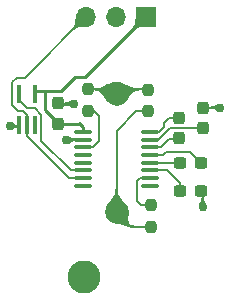
<source format=gbl>
G04 #@! TF.GenerationSoftware,KiCad,Pcbnew,(6.0.2)*
G04 #@! TF.CreationDate,2022-05-11T22:03:01-05:00*
G04 #@! TF.ProjectId,Transmit US,5472616e-736d-4697-9420-55532e6b6963,rev?*
G04 #@! TF.SameCoordinates,Original*
G04 #@! TF.FileFunction,Copper,L2,Bot*
G04 #@! TF.FilePolarity,Positive*
%FSLAX46Y46*%
G04 Gerber Fmt 4.6, Leading zero omitted, Abs format (unit mm)*
G04 Created by KiCad (PCBNEW (6.0.2)) date 2022-05-11 22:03:01*
%MOMM*%
%LPD*%
G01*
G04 APERTURE LIST*
G04 Aperture macros list*
%AMRoundRect*
0 Rectangle with rounded corners*
0 $1 Rounding radius*
0 $2 $3 $4 $5 $6 $7 $8 $9 X,Y pos of 4 corners*
0 Add a 4 corners polygon primitive as box body*
4,1,4,$2,$3,$4,$5,$6,$7,$8,$9,$2,$3,0*
0 Add four circle primitives for the rounded corners*
1,1,$1+$1,$2,$3*
1,1,$1+$1,$4,$5*
1,1,$1+$1,$6,$7*
1,1,$1+$1,$8,$9*
0 Add four rect primitives between the rounded corners*
20,1,$1+$1,$2,$3,$4,$5,0*
20,1,$1+$1,$4,$5,$6,$7,0*
20,1,$1+$1,$6,$7,$8,$9,0*
20,1,$1+$1,$8,$9,$2,$3,0*%
G04 Aperture macros list end*
G04 #@! TA.AperFunction,ComponentPad*
%ADD10C,2.000000*%
G04 #@! TD*
G04 #@! TA.AperFunction,ComponentPad*
%ADD11C,2.800000*%
G04 #@! TD*
G04 #@! TA.AperFunction,SMDPad,CuDef*
%ADD12RoundRect,0.237500X0.237500X-0.250000X0.237500X0.250000X-0.237500X0.250000X-0.237500X-0.250000X0*%
G04 #@! TD*
G04 #@! TA.AperFunction,SMDPad,CuDef*
%ADD13RoundRect,0.237500X-0.300000X-0.237500X0.300000X-0.237500X0.300000X0.237500X-0.300000X0.237500X0*%
G04 #@! TD*
G04 #@! TA.AperFunction,SMDPad,CuDef*
%ADD14RoundRect,0.237500X0.237500X-0.300000X0.237500X0.300000X-0.237500X0.300000X-0.237500X-0.300000X0*%
G04 #@! TD*
G04 #@! TA.AperFunction,SMDPad,CuDef*
%ADD15RoundRect,0.100000X0.637500X0.100000X-0.637500X0.100000X-0.637500X-0.100000X0.637500X-0.100000X0*%
G04 #@! TD*
G04 #@! TA.AperFunction,SMDPad,CuDef*
%ADD16RoundRect,0.237500X-0.237500X0.250000X-0.237500X-0.250000X0.237500X-0.250000X0.237500X0.250000X0*%
G04 #@! TD*
G04 #@! TA.AperFunction,ComponentPad*
%ADD17R,1.700000X1.700000*%
G04 #@! TD*
G04 #@! TA.AperFunction,ComponentPad*
%ADD18O,1.700000X1.700000*%
G04 #@! TD*
G04 #@! TA.AperFunction,SMDPad,CuDef*
%ADD19R,0.400000X1.500000*%
G04 #@! TD*
G04 #@! TA.AperFunction,ViaPad*
%ADD20C,0.762000*%
G04 #@! TD*
G04 #@! TA.AperFunction,Conductor*
%ADD21C,0.254000*%
G04 #@! TD*
G04 #@! TA.AperFunction,Conductor*
%ADD22C,0.203200*%
G04 #@! TD*
G04 #@! TA.AperFunction,Conductor*
%ADD23C,0.203000*%
G04 #@! TD*
G04 #@! TA.AperFunction,Conductor*
%ADD24C,0.200000*%
G04 #@! TD*
G04 APERTURE END LIST*
D10*
G04 #@! TO.P,LS1,1,1*
G04 #@! TO.N,/PZT+*
X112000000Y-77000000D03*
G04 #@! TO.P,LS1,2,2*
G04 #@! TO.N,/PZT-*
X112000000Y-87000000D03*
G04 #@! TD*
D11*
G04 #@! TO.P,TP1,1,1*
G04 #@! TO.N,GNDREF*
X109275000Y-92525000D03*
G04 #@! TD*
D12*
G04 #@! TO.P,R1,1*
G04 #@! TO.N,Net-(R1-Pad1)*
X109600000Y-78412500D03*
G04 #@! TO.P,R1,2*
G04 #@! TO.N,/PZT+*
X109600000Y-76587500D03*
G04 #@! TD*
G04 #@! TO.P,R3,1*
G04 #@! TO.N,/PZT-*
X114675000Y-78462500D03*
G04 #@! TO.P,R3,2*
G04 #@! TO.N,/PZT+*
X114675000Y-76637500D03*
G04 #@! TD*
D13*
G04 #@! TO.P,C3,1*
G04 #@! TO.N,Net-(C3-Pad1)*
X117387500Y-82825000D03*
G04 #@! TO.P,C3,2*
G04 #@! TO.N,Net-(C3-Pad2)*
X119112500Y-82825000D03*
G04 #@! TD*
D14*
G04 #@! TO.P,C4,1*
G04 #@! TO.N,Net-(C4-Pad1)*
X119350000Y-79887500D03*
G04 #@! TO.P,C4,2*
G04 #@! TO.N,GNDREF*
X119350000Y-78162500D03*
G04 #@! TD*
D13*
G04 #@! TO.P,C5,1*
G04 #@! TO.N,Net-(C5-Pad1)*
X117387500Y-85200000D03*
G04 #@! TO.P,C5,2*
G04 #@! TO.N,GNDREF*
X119112500Y-85200000D03*
G04 #@! TD*
D14*
G04 #@! TO.P,C1,1*
G04 #@! TO.N,Net-(C1-Pad1)*
X117275000Y-80762500D03*
G04 #@! TO.P,C1,2*
G04 #@! TO.N,Net-(C1-Pad2)*
X117275000Y-79037500D03*
G04 #@! TD*
G04 #@! TO.P,C2,1*
G04 #@! TO.N,+3V3*
X107070000Y-79532500D03*
G04 #@! TO.P,C2,2*
G04 #@! TO.N,GNDREF*
X107070000Y-77807500D03*
G04 #@! TD*
D15*
G04 #@! TO.P,U2,1,C1+*
G04 #@! TO.N,Net-(C1-Pad2)*
X114862500Y-80225000D03*
G04 #@! TO.P,U2,2,VS+*
G04 #@! TO.N,Net-(C4-Pad1)*
X114862500Y-80875000D03*
G04 #@! TO.P,U2,3,C1-*
G04 #@! TO.N,Net-(C1-Pad1)*
X114862500Y-81525000D03*
G04 #@! TO.P,U2,4,C2+*
G04 #@! TO.N,Net-(C3-Pad2)*
X114862500Y-82175000D03*
G04 #@! TO.P,U2,5,C2-*
G04 #@! TO.N,Net-(C3-Pad1)*
X114862500Y-82825000D03*
G04 #@! TO.P,U2,6,VS-*
G04 #@! TO.N,Net-(C5-Pad1)*
X114862500Y-83475000D03*
G04 #@! TO.P,U2,7,T2OUT*
G04 #@! TO.N,Net-(R2-Pad1)*
X114862500Y-84125000D03*
G04 #@! TO.P,U2,8,R2IN*
G04 #@! TO.N,unconnected-(U2-Pad8)*
X114862500Y-84775000D03*
G04 #@! TO.P,U2,9,R2OUT*
G04 #@! TO.N,unconnected-(U2-Pad9)*
X109137500Y-84775000D03*
G04 #@! TO.P,U2,10,T2IN*
G04 #@! TO.N,Net-(J1-Pad3)*
X109137500Y-84125000D03*
G04 #@! TO.P,U2,11,T1IN*
G04 #@! TO.N,Net-(U1-Pad4)*
X109137500Y-83475000D03*
G04 #@! TO.P,U2,12,R1OUT*
G04 #@! TO.N,unconnected-(U2-Pad12)*
X109137500Y-82825000D03*
G04 #@! TO.P,U2,13,R1IN*
G04 #@! TO.N,unconnected-(U2-Pad13)*
X109137500Y-82175000D03*
G04 #@! TO.P,U2,14,T1OUT*
G04 #@! TO.N,Net-(R1-Pad1)*
X109137500Y-81525000D03*
G04 #@! TO.P,U2,15,GND*
G04 #@! TO.N,GNDREF*
X109137500Y-80875000D03*
G04 #@! TO.P,U2,16,VCC*
G04 #@! TO.N,+3V3*
X109137500Y-80225000D03*
G04 #@! TD*
D16*
G04 #@! TO.P,R2,1*
G04 #@! TO.N,Net-(R2-Pad1)*
X114900000Y-86412500D03*
G04 #@! TO.P,R2,2*
G04 #@! TO.N,/PZT-*
X114900000Y-88237500D03*
G04 #@! TD*
D17*
G04 #@! TO.P,J1,1,Pin_1*
G04 #@! TO.N,+3V3*
X114500000Y-70500000D03*
D18*
G04 #@! TO.P,J1,2,Pin_2*
G04 #@! TO.N,GNDREF*
X111960000Y-70500000D03*
G04 #@! TO.P,J1,3,Pin_3*
G04 #@! TO.N,Net-(J1-Pad3)*
X109420000Y-70500000D03*
G04 #@! TD*
D19*
G04 #@! TO.P,U1,1,NC*
G04 #@! TO.N,unconnected-(U1-Pad1)*
X105080000Y-79650000D03*
G04 #@! TO.P,U1,2*
G04 #@! TO.N,Net-(J1-Pad3)*
X104430000Y-79650000D03*
G04 #@! TO.P,U1,3,GND*
G04 #@! TO.N,GNDREF*
X103780000Y-79650000D03*
G04 #@! TO.P,U1,4*
G04 #@! TO.N,Net-(U1-Pad4)*
X103780000Y-76990000D03*
G04 #@! TO.P,U1,5,VCC*
G04 #@! TO.N,+3V3*
X105080000Y-76990000D03*
G04 #@! TD*
D20*
G04 #@! TO.N,GNDREF*
X102980000Y-79680000D03*
X120800000Y-78162500D03*
X107740000Y-80930000D03*
X108430000Y-77812500D03*
X119290000Y-86540000D03*
G04 #@! TD*
D21*
G04 #@! TO.N,GNDREF*
X108417500Y-77825000D02*
X108430000Y-77812500D01*
D22*
X102980000Y-79680000D02*
X103750000Y-79680000D01*
D23*
X109137500Y-80875000D02*
X107795000Y-80875000D01*
X119375000Y-78150000D02*
X120787500Y-78150000D01*
X119290000Y-86540000D02*
X119287500Y-86537500D01*
D22*
X103750000Y-79680000D02*
X103780000Y-79650000D01*
D23*
X120787500Y-78150000D02*
X120800000Y-78162500D01*
X107795000Y-80875000D02*
X107740000Y-80930000D01*
D21*
X107070000Y-77825000D02*
X108417500Y-77825000D01*
D23*
X119287500Y-86537500D02*
X119287500Y-85200000D01*
G04 #@! TO.N,Net-(C1-Pad1)*
X117262500Y-80775000D02*
X116475000Y-80775000D01*
X115725000Y-81525000D02*
X114862500Y-81525000D01*
X116475000Y-80775000D02*
X115725000Y-81525000D01*
X117275000Y-80762500D02*
X117262500Y-80775000D01*
G04 #@! TO.N,Net-(C1-Pad2)*
X116412500Y-79037500D02*
X116000000Y-79450000D01*
X115597879Y-80225000D02*
X114862500Y-80225000D01*
X116000000Y-79822879D02*
X115597879Y-80225000D01*
X116000000Y-79450000D02*
X116000000Y-79822879D01*
X117275000Y-79037500D02*
X116412500Y-79037500D01*
D21*
G04 #@! TO.N,+3V3*
X107070000Y-79490000D02*
X107070000Y-79532500D01*
X108792500Y-79532500D02*
X108825000Y-79500000D01*
X107284720Y-76715280D02*
X106774720Y-76715280D01*
X107070000Y-79532500D02*
X108792500Y-79532500D01*
X108460000Y-75540000D02*
X107284720Y-76715280D01*
X105080000Y-76750000D02*
X105114720Y-76715280D01*
X110612000Y-74300000D02*
X109372000Y-75540000D01*
X109137500Y-79812500D02*
X109137500Y-80225000D01*
X105980000Y-78400000D02*
X107070000Y-79490000D01*
X109372000Y-75540000D02*
X108460000Y-75540000D01*
X105114720Y-76715280D02*
X106774720Y-76715280D01*
X114569000Y-70358000D02*
X110627000Y-74300000D01*
X105080000Y-76990000D02*
X105080000Y-76750000D01*
X108825000Y-79500000D02*
X109137500Y-79812500D01*
X105980000Y-76715280D02*
X105980000Y-78400000D01*
X106774720Y-76715280D02*
X105980000Y-76715280D01*
D23*
G04 #@! TO.N,Net-(C3-Pad1)*
X114862500Y-82825000D02*
X117387500Y-82825000D01*
G04 #@! TO.N,Net-(C3-Pad2)*
X115925001Y-82175000D02*
X114862500Y-82175000D01*
X118212500Y-81925000D02*
X116175001Y-81925000D01*
X119112500Y-82825000D02*
X118212500Y-81925000D01*
X116175001Y-81925000D02*
X115925001Y-82175000D01*
G04 #@! TO.N,Net-(C4-Pad1)*
X116506653Y-79890000D02*
X115521653Y-80875000D01*
X115521653Y-80875000D02*
X114862500Y-80875000D01*
X119350000Y-79887500D02*
X119247500Y-79890000D01*
X119247500Y-79890000D02*
X116506653Y-79890000D01*
G04 #@! TO.N,Net-(C5-Pad1)*
X117387500Y-84575000D02*
X116287500Y-83475000D01*
X116287500Y-83475000D02*
X114862500Y-83475000D01*
X117387500Y-85200000D02*
X117387500Y-84575000D01*
G04 #@! TO.N,Net-(J1-Pad3)*
X103870000Y-78410000D02*
X103641578Y-78410000D01*
X103641578Y-78410000D02*
X103180000Y-77948422D01*
X103180000Y-76031578D02*
X103601578Y-75610000D01*
D22*
X104450000Y-78784058D02*
X104450000Y-79630000D01*
D23*
X104222000Y-75610000D02*
X109474000Y-70358000D01*
D22*
X104430000Y-79650000D02*
X104430000Y-80603200D01*
D23*
X103180000Y-77948422D02*
X103180000Y-76031578D01*
D22*
X107951800Y-84125000D02*
X109137500Y-84125000D01*
X104430000Y-80603200D02*
X107951800Y-84125000D01*
X104075942Y-78410000D02*
X104450000Y-78784058D01*
X104450000Y-79630000D02*
X104430000Y-79650000D01*
X103870000Y-78410000D02*
X104075942Y-78410000D01*
D23*
X103601578Y-75610000D02*
X104222000Y-75610000D01*
G04 #@! TO.N,Net-(R1-Pad1)*
X110550000Y-81010000D02*
X110550000Y-78850000D01*
X110112500Y-78412500D02*
X109600000Y-78412500D01*
X109137500Y-81525000D02*
X110035000Y-81525000D01*
X110550000Y-78850000D02*
X110112500Y-78412500D01*
X110035000Y-81525000D02*
X110550000Y-81010000D01*
G04 #@! TO.N,Net-(R2-Pad1)*
X114862500Y-84125000D02*
X113990000Y-84125000D01*
X113990000Y-84125000D02*
X113740000Y-84375000D01*
X113740000Y-86040000D02*
X114112500Y-86412500D01*
X114112500Y-86412500D02*
X114900000Y-86412500D01*
X113740000Y-84375000D02*
X113740000Y-86040000D01*
D22*
G04 #@! TO.N,Net-(U1-Pad4)*
X105640000Y-80970000D02*
X105640000Y-78750000D01*
X104460000Y-78220000D02*
X103780000Y-77540000D01*
X103780000Y-77540000D02*
X103780000Y-76990000D01*
D23*
X108130000Y-83460000D02*
X108145000Y-83475000D01*
D22*
X105110000Y-78220000D02*
X104460000Y-78220000D01*
D23*
X108145000Y-83475000D02*
X109137500Y-83475000D01*
D22*
X105640000Y-78750000D02*
X105110000Y-78220000D01*
X108130000Y-83460000D02*
X105640000Y-80970000D01*
D24*
G04 #@! TO.N,/PZT+*
X114675000Y-76625000D02*
X112375000Y-76625000D01*
X111625000Y-76625000D02*
X112000000Y-77000000D01*
X112375000Y-76625000D02*
X112000000Y-77000000D01*
X109600000Y-76587500D02*
X111625000Y-76625000D01*
G04 #@! TO.N,/PZT-*
X114887500Y-88225000D02*
X113225000Y-88225000D01*
X114675000Y-78625000D02*
X114675000Y-78462500D01*
X113637500Y-78462500D02*
X112000000Y-80100000D01*
X114675000Y-78462500D02*
X113637500Y-78462500D01*
X112000000Y-80100000D02*
X112000000Y-87000000D01*
X114900000Y-88237500D02*
X114887500Y-88225000D01*
X113225000Y-88225000D02*
X112000000Y-87000000D01*
G04 #@! TD*
G04 #@! TA.AperFunction,Conductor*
G04 #@! TO.N,GNDREF*
G36*
X103153796Y-79341876D02*
G01*
X103210910Y-79377204D01*
X103212422Y-79378317D01*
X103248458Y-79409636D01*
X103269935Y-79428302D01*
X103270762Y-79429095D01*
X103323476Y-79484848D01*
X103323788Y-79485192D01*
X103373089Y-79541680D01*
X103420330Y-79593659D01*
X103466942Y-79635927D01*
X103514513Y-79663463D01*
X103515589Y-79663630D01*
X103563304Y-79671038D01*
X103563305Y-79671038D01*
X103564632Y-79671244D01*
X103565911Y-79670843D01*
X103565914Y-79670843D01*
X103617886Y-79654561D01*
X103617888Y-79654560D01*
X103618887Y-79654247D01*
X103642368Y-79635927D01*
X103670711Y-79613814D01*
X103679342Y-79611427D01*
X103686181Y-79614766D01*
X103813492Y-79742077D01*
X103816919Y-79750350D01*
X103813492Y-79758623D01*
X103812712Y-79759336D01*
X103760324Y-79803016D01*
X103758335Y-79804355D01*
X103699452Y-79835743D01*
X103697214Y-79836653D01*
X103640132Y-79853246D01*
X103638216Y-79853633D01*
X103582070Y-79860157D01*
X103580930Y-79860233D01*
X103525114Y-79861233D01*
X103524932Y-79861235D01*
X103508866Y-79861274D01*
X103469397Y-79861370D01*
X103444962Y-79863177D01*
X103414799Y-79865407D01*
X103414795Y-79865408D01*
X103414344Y-79865441D01*
X103413904Y-79865544D01*
X103413897Y-79865545D01*
X103383535Y-79872648D01*
X103359538Y-79878261D01*
X103304664Y-79904646D01*
X103304137Y-79905073D01*
X103304129Y-79905078D01*
X103255698Y-79944310D01*
X103247113Y-79946855D01*
X103242420Y-79945314D01*
X102802838Y-79687813D01*
X102797432Y-79680675D01*
X102798657Y-79671804D01*
X102800642Y-79669285D01*
X102816951Y-79653602D01*
X103139530Y-79343393D01*
X103147869Y-79340128D01*
X103153796Y-79341876D01*
G37*
G04 #@! TD.AperFunction*
G04 #@! TD*
G04 #@! TA.AperFunction,Conductor*
G04 #@! TO.N,GNDREF*
G36*
X120651108Y-77820409D02*
G01*
X120981908Y-78160007D01*
X120985226Y-78168325D01*
X120981357Y-78176865D01*
X120665242Y-78461580D01*
X120629084Y-78494146D01*
X120620643Y-78497136D01*
X120615478Y-78495626D01*
X120556141Y-78461935D01*
X120555555Y-78461580D01*
X120499098Y-78424977D01*
X120498765Y-78424752D01*
X120448992Y-78389769D01*
X120402962Y-78357152D01*
X120402881Y-78357099D01*
X120402866Y-78357089D01*
X120357959Y-78327823D01*
X120357760Y-78327693D01*
X120310309Y-78302071D01*
X120310012Y-78301952D01*
X120310003Y-78301948D01*
X120257887Y-78281104D01*
X120257884Y-78281103D01*
X120257534Y-78280963D01*
X120196358Y-78265046D01*
X120172131Y-78261696D01*
X120123984Y-78255037D01*
X120123975Y-78255036D01*
X120123706Y-78254999D01*
X120047730Y-78251951D01*
X120039602Y-78248195D01*
X120036500Y-78240260D01*
X120036500Y-78059755D01*
X120039927Y-78051482D01*
X120047746Y-78048064D01*
X120097739Y-78046123D01*
X120125836Y-78045033D01*
X120200321Y-78035133D01*
X120263151Y-78019551D01*
X120263458Y-78019435D01*
X120263465Y-78019433D01*
X120296881Y-78006824D01*
X120317523Y-77999035D01*
X120333041Y-77991231D01*
X120366451Y-77974430D01*
X120366461Y-77974425D01*
X120366635Y-77974337D01*
X120366809Y-77974233D01*
X120366818Y-77974228D01*
X120413587Y-77946265D01*
X120413606Y-77946253D01*
X120413685Y-77946206D01*
X120461837Y-77915415D01*
X120461950Y-77915344D01*
X120514163Y-77882788D01*
X120514598Y-77882529D01*
X120574125Y-77848896D01*
X120574770Y-77848558D01*
X120637617Y-77818048D01*
X120646556Y-77817517D01*
X120651108Y-77820409D01*
G37*
G04 #@! TD.AperFunction*
G04 #@! TD*
G04 #@! TA.AperFunction,Conductor*
G04 #@! TO.N,/PZT+*
G36*
X112132840Y-76010289D02*
G01*
X112303663Y-76031520D01*
X112305011Y-76031769D01*
X112499743Y-76079604D01*
X112501004Y-76079990D01*
X112667725Y-76141531D01*
X112668649Y-76141918D01*
X112818071Y-76212142D01*
X112818471Y-76212340D01*
X112961129Y-76286164D01*
X113036307Y-76323268D01*
X113107093Y-76358205D01*
X113107100Y-76358208D01*
X113107278Y-76358296D01*
X113267229Y-76423439D01*
X113267522Y-76423523D01*
X113267530Y-76423526D01*
X113450598Y-76476143D01*
X113451492Y-76476400D01*
X113451827Y-76476454D01*
X113451834Y-76476456D01*
X113670256Y-76511932D01*
X113670264Y-76511933D01*
X113670579Y-76511984D01*
X113923876Y-76524452D01*
X113931970Y-76528282D01*
X113935000Y-76536138D01*
X113935000Y-76714013D01*
X113931573Y-76722286D01*
X113924035Y-76725690D01*
X113728933Y-76737975D01*
X113728931Y-76737975D01*
X113728475Y-76738004D01*
X113561552Y-76775453D01*
X113493759Y-76805370D01*
X113427180Y-76834751D01*
X113427177Y-76834753D01*
X113426628Y-76834995D01*
X113426141Y-76835344D01*
X113426138Y-76835346D01*
X113317832Y-76913040D01*
X113316101Y-76914282D01*
X113222370Y-77010963D01*
X113137832Y-77122690D01*
X113081197Y-77207647D01*
X113054887Y-77247113D01*
X113054857Y-77247158D01*
X112966061Y-77381686D01*
X112965798Y-77382068D01*
X112863609Y-77524308D01*
X112863092Y-77524975D01*
X112745049Y-77666510D01*
X112737119Y-77670668D01*
X112731676Y-77669862D01*
X111999616Y-77373706D01*
X111997542Y-77372867D01*
X111997541Y-77372867D01*
X111535933Y-77186123D01*
X112005642Y-76144171D01*
X112065996Y-76010288D01*
X112072519Y-76004155D01*
X112078103Y-76003486D01*
X112132840Y-76010289D01*
G37*
G04 #@! TD.AperFunction*
G04 #@! TD*
G04 #@! TA.AperFunction,Conductor*
G04 #@! TO.N,GNDREF*
G36*
X108259028Y-77480804D02*
G01*
X108503555Y-77701041D01*
X108611357Y-77798135D01*
X108615211Y-77806218D01*
X108611908Y-77814993D01*
X108281057Y-78154643D01*
X108272830Y-78158178D01*
X108267653Y-78157046D01*
X108261491Y-78154117D01*
X108206359Y-78127907D01*
X108205914Y-78127683D01*
X108178790Y-78113265D01*
X108146959Y-78096343D01*
X108146690Y-78096195D01*
X108094338Y-78066577D01*
X108045755Y-78039259D01*
X108045654Y-78039202D01*
X107997800Y-78014656D01*
X107947790Y-77993443D01*
X107915468Y-77983260D01*
X107892922Y-77976156D01*
X107892919Y-77976155D01*
X107892639Y-77976067D01*
X107829364Y-77963032D01*
X107754979Y-77954842D01*
X107677823Y-77952364D01*
X107669666Y-77948673D01*
X107666500Y-77940670D01*
X107666500Y-77709314D01*
X107669927Y-77701041D01*
X107677808Y-77697621D01*
X107752518Y-77695116D01*
X107752522Y-77695116D01*
X107752752Y-77695108D01*
X107802519Y-77689357D01*
X107824971Y-77686762D01*
X107824973Y-77686762D01*
X107825247Y-77686730D01*
X107825514Y-77686672D01*
X107825519Y-77686671D01*
X107886528Y-77673375D01*
X107886534Y-77673373D01*
X107886843Y-77673306D01*
X107940397Y-77655279D01*
X107988765Y-77633091D01*
X108034805Y-77607184D01*
X108081372Y-77578000D01*
X108081379Y-77577996D01*
X108131217Y-77546051D01*
X108131421Y-77545923D01*
X108187318Y-77511694D01*
X108187736Y-77511450D01*
X108223248Y-77491673D01*
X108245508Y-77479277D01*
X108254403Y-77478246D01*
X108259028Y-77480804D01*
G37*
G04 #@! TD.AperFunction*
G04 #@! TD*
G04 #@! TA.AperFunction,Conductor*
G04 #@! TO.N,GNDREF*
G36*
X107863865Y-80569900D02*
G01*
X107902250Y-80583605D01*
X107932731Y-80594488D01*
X107933445Y-80594770D01*
X107963878Y-80607943D01*
X107998268Y-80622828D01*
X107998770Y-80623061D01*
X108055539Y-80651133D01*
X108055682Y-80651205D01*
X108107737Y-80678438D01*
X108158286Y-80703884D01*
X108158450Y-80703955D01*
X108158458Y-80703959D01*
X108210405Y-80726535D01*
X108210649Y-80726641D01*
X108210886Y-80726720D01*
X108210891Y-80726722D01*
X108267933Y-80745752D01*
X108267940Y-80745754D01*
X108268213Y-80745845D01*
X108268507Y-80745911D01*
X108268508Y-80745911D01*
X108334070Y-80760566D01*
X108334077Y-80760567D01*
X108334367Y-80760632D01*
X108334667Y-80760669D01*
X108334670Y-80760669D01*
X108379954Y-80766179D01*
X108412500Y-80770139D01*
X108440067Y-80771130D01*
X108494720Y-80773095D01*
X108502865Y-80776816D01*
X108506000Y-80784787D01*
X108506000Y-80965280D01*
X108502573Y-80973553D01*
X108494790Y-80976970D01*
X108454405Y-80978664D01*
X108421709Y-80980036D01*
X108351501Y-80990271D01*
X108351156Y-80990367D01*
X108351150Y-80990368D01*
X108292892Y-81006538D01*
X108292889Y-81006539D01*
X108292511Y-81006644D01*
X108241871Y-81028594D01*
X108241547Y-81028787D01*
X108241544Y-81028789D01*
X108196959Y-81055414D01*
X108196952Y-81055419D01*
X108196717Y-81055559D01*
X108196490Y-81055727D01*
X108196488Y-81055728D01*
X108154293Y-81086893D01*
X108154280Y-81086903D01*
X108154180Y-81086977D01*
X108154084Y-81087056D01*
X108154083Y-81087057D01*
X108111397Y-81122288D01*
X108065627Y-81160823D01*
X108065391Y-81161017D01*
X108013849Y-81202162D01*
X108013376Y-81202520D01*
X107959731Y-81241058D01*
X107951013Y-81243102D01*
X107946069Y-81241051D01*
X107561289Y-80964048D01*
X107556577Y-80956434D01*
X107558904Y-80947351D01*
X107850712Y-80573717D01*
X107858505Y-80569306D01*
X107863865Y-80569900D01*
G37*
G04 #@! TD.AperFunction*
G04 #@! TD*
G04 #@! TA.AperFunction,Conductor*
G04 #@! TO.N,+3V3*
G36*
X114809930Y-70222040D02*
G01*
X114818002Y-70225916D01*
X114820934Y-70234822D01*
X114719156Y-71312862D01*
X114714967Y-71320776D01*
X114709866Y-71323222D01*
X114562004Y-71353652D01*
X114560758Y-71353839D01*
X114542545Y-71355578D01*
X114420236Y-71367259D01*
X114419307Y-71367309D01*
X114321261Y-71368653D01*
X114290574Y-71369074D01*
X114290127Y-71369071D01*
X114233690Y-71367688D01*
X114170046Y-71366129D01*
X114111501Y-71365799D01*
X114055911Y-71365486D01*
X114055905Y-71365486D01*
X114055684Y-71365485D01*
X113944153Y-71374174D01*
X113832325Y-71399224D01*
X113831840Y-71399428D01*
X113717549Y-71447462D01*
X113717546Y-71447464D01*
X113717074Y-71447662D01*
X113639230Y-71498057D01*
X113595636Y-71526279D01*
X113595633Y-71526281D01*
X113595272Y-71526515D01*
X113594953Y-71526797D01*
X113594948Y-71526801D01*
X113472036Y-71635521D01*
X113463568Y-71638435D01*
X113456011Y-71635030D01*
X113291981Y-71471000D01*
X113288554Y-71462727D01*
X113291502Y-71454963D01*
X113407515Y-71324185D01*
X113407790Y-71323875D01*
X113409369Y-71321478D01*
X113492453Y-71195305D01*
X113492716Y-71194906D01*
X113546801Y-71073181D01*
X113577882Y-70955582D01*
X113593794Y-70838990D01*
X113602374Y-70720287D01*
X113611434Y-70596678D01*
X113611502Y-70596018D01*
X113628807Y-70464646D01*
X113629014Y-70463511D01*
X113662322Y-70321011D01*
X113662720Y-70319673D01*
X113693596Y-70234822D01*
X113717126Y-70170156D01*
X113723176Y-70163554D01*
X113728765Y-70162475D01*
X114809930Y-70222040D01*
G37*
G04 #@! TD.AperFunction*
G04 #@! TD*
G04 #@! TA.AperFunction,Conductor*
G04 #@! TO.N,/PZT-*
G36*
X112883695Y-86670634D02*
G01*
X112935650Y-86671650D01*
X112943854Y-86675238D01*
X112946776Y-86680530D01*
X112993832Y-86870129D01*
X112994120Y-86871796D01*
X113013991Y-87072818D01*
X113014047Y-87073848D01*
X113016108Y-87273043D01*
X113016106Y-87273424D01*
X113011719Y-87465015D01*
X113012349Y-87642919D01*
X113012381Y-87643219D01*
X113012382Y-87643229D01*
X113029410Y-87800629D01*
X113029479Y-87801264D01*
X113074589Y-87934345D01*
X113159157Y-88036463D01*
X113160292Y-88037011D01*
X113160293Y-88037012D01*
X113229165Y-88070278D01*
X113294664Y-88101915D01*
X113482244Y-88123794D01*
X113490064Y-88128155D01*
X113492588Y-88135414D01*
X113492588Y-88312780D01*
X113489161Y-88321053D01*
X113480380Y-88324469D01*
X113284086Y-88315924D01*
X113282967Y-88315821D01*
X113109833Y-88291284D01*
X113108675Y-88291060D01*
X112962167Y-88254921D01*
X112961177Y-88254629D01*
X112833070Y-88210703D01*
X112832482Y-88210482D01*
X112771891Y-88185847D01*
X112714524Y-88162522D01*
X112714442Y-88162488D01*
X112598861Y-88114461D01*
X112598841Y-88114453D01*
X112598713Y-88114400D01*
X112563294Y-88101490D01*
X112477664Y-88070278D01*
X112477655Y-88070275D01*
X112477446Y-88070199D01*
X112342610Y-88033800D01*
X112186147Y-88009100D01*
X112185842Y-88009085D01*
X112185841Y-88009085D01*
X112008578Y-88000419D01*
X112000482Y-87996592D01*
X111997829Y-87991690D01*
X111982851Y-87934345D01*
X111820696Y-87313546D01*
X111646447Y-86646447D01*
X112883695Y-86670634D01*
G37*
G04 #@! TD.AperFunction*
G04 #@! TD*
G04 #@! TA.AperFunction,Conductor*
G04 #@! TO.N,GNDREF*
G36*
X119386027Y-85779927D02*
G01*
X119389445Y-85787737D01*
X119392487Y-85864542D01*
X119402479Y-85937911D01*
X119418269Y-85999732D01*
X119439150Y-86053130D01*
X119439296Y-86053408D01*
X119440055Y-86054852D01*
X119464417Y-86101232D01*
X119493362Y-86147163D01*
X119493424Y-86147254D01*
X119525280Y-86194048D01*
X119525325Y-86194115D01*
X119559332Y-86244815D01*
X119559584Y-86245207D01*
X119595025Y-86302885D01*
X119595376Y-86303497D01*
X119627829Y-86364244D01*
X119628704Y-86373156D01*
X119625995Y-86377812D01*
X119299620Y-86721672D01*
X119291440Y-86725312D01*
X119282755Y-86721781D01*
X118951914Y-86382218D01*
X118948595Y-86373901D01*
X118949904Y-86368673D01*
X118952198Y-86364244D01*
X118981729Y-86307209D01*
X118982076Y-86306588D01*
X119016905Y-86248327D01*
X119017159Y-86247920D01*
X119050696Y-86196706D01*
X119050750Y-86196624D01*
X119082271Y-86149362D01*
X119082271Y-86149361D01*
X119082307Y-86149308D01*
X119110988Y-86103008D01*
X119111079Y-86102832D01*
X119111086Y-86102820D01*
X119135926Y-86054852D01*
X119136070Y-86054574D01*
X119156833Y-86000856D01*
X119157034Y-86000064D01*
X119172475Y-85939023D01*
X119172556Y-85938704D01*
X119182518Y-85864969D01*
X119185558Y-85787740D01*
X119189308Y-85779608D01*
X119197249Y-85776500D01*
X119377754Y-85776500D01*
X119386027Y-85779927D01*
G37*
G04 #@! TD.AperFunction*
G04 #@! TD*
G04 #@! TA.AperFunction,Conductor*
G04 #@! TO.N,/PZT-*
G36*
X112097209Y-85013427D02*
G01*
X112100618Y-85021047D01*
X112113257Y-85247011D01*
X112150692Y-85440109D01*
X112208800Y-85598963D01*
X112284076Y-85733238D01*
X112373016Y-85852602D01*
X112472114Y-85966723D01*
X112577726Y-86085111D01*
X112578011Y-86085444D01*
X112686466Y-86217533D01*
X112687036Y-86218287D01*
X112794974Y-86373804D01*
X112795607Y-86374825D01*
X112895838Y-86556564D01*
X112896833Y-86565463D01*
X112894027Y-86570322D01*
X112799151Y-86668981D01*
X112000000Y-87500000D01*
X111105973Y-86570323D01*
X111102709Y-86561985D01*
X111104162Y-86556564D01*
X111204392Y-86374825D01*
X111205025Y-86373804D01*
X111312963Y-86218287D01*
X111313533Y-86217533D01*
X111421988Y-86085444D01*
X111422273Y-86085111D01*
X111527885Y-85966723D01*
X111626983Y-85852602D01*
X111715923Y-85733238D01*
X111791199Y-85598963D01*
X111849307Y-85440109D01*
X111886742Y-85247011D01*
X111899382Y-85021047D01*
X111903266Y-85012978D01*
X111911064Y-85010000D01*
X112088936Y-85010000D01*
X112097209Y-85013427D01*
G37*
G04 #@! TD.AperFunction*
G04 #@! TD*
G04 #@! TA.AperFunction,Conductor*
G04 #@! TO.N,/PZT+*
G36*
X111943638Y-76005036D02*
G01*
X111947059Y-76009506D01*
X112461572Y-77192225D01*
X111997542Y-77372867D01*
X111259558Y-77660157D01*
X111250606Y-77659965D01*
X111246228Y-77656625D01*
X111130278Y-77513696D01*
X111129764Y-77513013D01*
X111040634Y-77385073D01*
X111029814Y-77369541D01*
X111029557Y-77369155D01*
X110942990Y-77233483D01*
X110942986Y-77233477D01*
X110862230Y-77107929D01*
X110779759Y-76994943D01*
X110687908Y-76896743D01*
X110579013Y-76815553D01*
X110445408Y-76753597D01*
X110279430Y-76713099D01*
X110084363Y-76697178D01*
X110076397Y-76693090D01*
X110073618Y-76685300D01*
X110076912Y-76507450D01*
X110080491Y-76499242D01*
X110088246Y-76495973D01*
X110340473Y-76488128D01*
X110340479Y-76488127D01*
X110340815Y-76488117D01*
X110476523Y-76468434D01*
X110559313Y-76456427D01*
X110559317Y-76456426D01*
X110559656Y-76456377D01*
X110559984Y-76456288D01*
X110559990Y-76456287D01*
X110743732Y-76406570D01*
X110743739Y-76406568D01*
X110744041Y-76406486D01*
X110904370Y-76343833D01*
X111051045Y-76273804D01*
X111194258Y-76201891D01*
X111194656Y-76201700D01*
X111323463Y-76142999D01*
X111344583Y-76133374D01*
X111345499Y-76133004D01*
X111512529Y-76073559D01*
X111513786Y-76073191D01*
X111708539Y-76027839D01*
X111709890Y-76027608D01*
X111935037Y-76002546D01*
X111943638Y-76005036D01*
G37*
G04 #@! TD.AperFunction*
G04 #@! TD*
G04 #@! TA.AperFunction,Conductor*
G04 #@! TO.N,Net-(J1-Pad3)*
G36*
X109733763Y-70226374D02*
G01*
X109741780Y-70230362D01*
X109744589Y-70239308D01*
X109627839Y-71315809D01*
X109623540Y-71323664D01*
X109618380Y-71326044D01*
X109471329Y-71353830D01*
X109467381Y-71354576D01*
X109466082Y-71354747D01*
X109322742Y-71365449D01*
X109321766Y-71365480D01*
X109190564Y-71364082D01*
X109190110Y-71364068D01*
X109067723Y-71357766D01*
X108951304Y-71353830D01*
X108951047Y-71353843D01*
X108951045Y-71353843D01*
X108838316Y-71359534D01*
X108838311Y-71359535D01*
X108837887Y-71359556D01*
X108765764Y-71373952D01*
X108724829Y-71382123D01*
X108724827Y-71382124D01*
X108724299Y-71382229D01*
X108607364Y-71429134D01*
X108606905Y-71429425D01*
X108606906Y-71429425D01*
X108484292Y-71507313D01*
X108484289Y-71507315D01*
X108483910Y-71507556D01*
X108483572Y-71507854D01*
X108359002Y-71617526D01*
X108350528Y-71620420D01*
X108342998Y-71617017D01*
X108214996Y-71489015D01*
X108211569Y-71480742D01*
X108214501Y-71472996D01*
X108309482Y-71365480D01*
X108332893Y-71338980D01*
X108418383Y-71207145D01*
X108418574Y-71206700D01*
X108418577Y-71206695D01*
X108471745Y-71083032D01*
X108471746Y-71083029D01*
X108471933Y-71082594D01*
X108501786Y-70962190D01*
X108516184Y-70842797D01*
X108523370Y-70721277D01*
X108523400Y-70721279D01*
X108523374Y-70721211D01*
X108531564Y-70594871D01*
X108531636Y-70594126D01*
X108549004Y-70459920D01*
X108549227Y-70458706D01*
X108583923Y-70313303D01*
X108584354Y-70311896D01*
X108641800Y-70159339D01*
X108647922Y-70152804D01*
X108653555Y-70151790D01*
X109733763Y-70226374D01*
G37*
G04 #@! TD.AperFunction*
G04 #@! TD*
M02*

</source>
